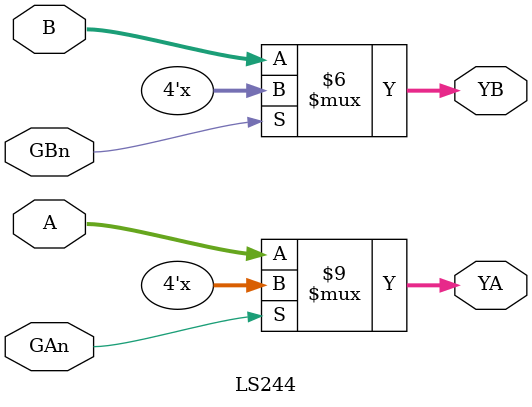
<source format=v>
module LS244 (
    input wire [3:0] A,     // 第一个4位输入
    input wire [3:0] B,     // 第二个4位输入
    input wire GAn,         // 第一个缓冲器使能信号，低电平有效
    input wire GBn,         // 第二个缓冲器使能信号，低电平有效
    output reg [3:0] YA,    // 第一个4位输出
    output reg [3:0] YB     // 第二个4位输出
);

// YA 输出控制
always @(*) begin
    if (~GAn)
        YA = A;            // 如果 GAn 为低电平，则输出 A 到 YA
    else
        YA = 4'hz;         // 否则输出高阻态
end

// YB 输出控制
always @(*) begin
    if (~GBn)
        YB = B;            // 如果 GBn 为低电平，则输出 B 到 YB
    else
        YB = 4'hz;         // 否则输出高阻态
end

endmodule


</source>
